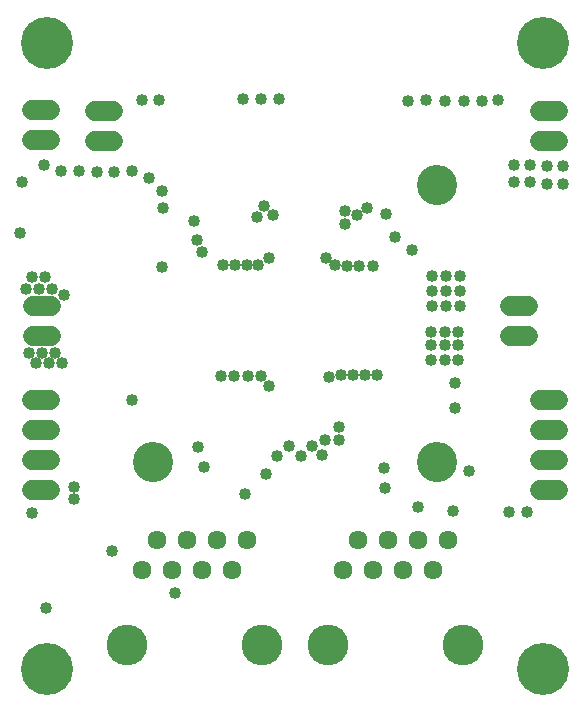
<source format=gbs>
G75*
%MOIN*%
%OFA0B0*%
%FSLAX25Y25*%
%IPPOS*%
%LPD*%
%AMOC8*
5,1,8,0,0,1.08239X$1,22.5*
%
%ADD10C,0.13398*%
%ADD11C,0.17335*%
%ADD12C,0.06737*%
%ADD13C,0.13595*%
%ADD14C,0.06343*%
%ADD15C,0.06800*%
%ADD16C,0.04000*%
D10*
X0052181Y0085646D03*
X0146669Y0085646D03*
X0146669Y0178165D03*
D11*
X0016748Y0016748D03*
X0182102Y0016748D03*
X0182102Y0225409D03*
X0016748Y0225409D03*
D12*
X0017591Y0202929D02*
X0011654Y0202929D01*
X0011654Y0192929D02*
X0017591Y0192929D01*
X0017906Y0137850D02*
X0011969Y0137850D01*
X0011969Y0127850D02*
X0017906Y0127850D01*
X0171102Y0127890D02*
X0177039Y0127890D01*
X0177039Y0137890D02*
X0171102Y0137890D01*
X0181102Y0192850D02*
X0187039Y0192850D01*
X0187039Y0202850D02*
X0181102Y0202850D01*
D13*
X0155409Y0024622D03*
X0110370Y0024622D03*
X0088520Y0024819D03*
X0043480Y0024819D03*
D14*
X0048480Y0049858D03*
X0058480Y0049819D03*
X0068480Y0049819D03*
X0078480Y0049819D03*
X0073480Y0059819D03*
X0063480Y0059819D03*
X0053480Y0059819D03*
X0083480Y0059819D03*
X0115370Y0049661D03*
X0125370Y0049622D03*
X0135370Y0049622D03*
X0145370Y0049622D03*
X0140370Y0059622D03*
X0130370Y0059622D03*
X0120370Y0059622D03*
X0150370Y0059622D03*
D15*
X0181071Y0076551D02*
X0187071Y0076551D01*
X0187071Y0086551D02*
X0181071Y0086551D01*
X0181071Y0096551D02*
X0187071Y0096551D01*
X0187071Y0106551D02*
X0181071Y0106551D01*
X0038646Y0192850D02*
X0032646Y0192850D01*
X0032646Y0202850D02*
X0038646Y0202850D01*
X0017780Y0106551D02*
X0011780Y0106551D01*
X0011780Y0096551D02*
X0017780Y0096551D01*
X0017780Y0086551D02*
X0011780Y0086551D01*
X0011780Y0076551D02*
X0017780Y0076551D01*
D16*
X0025803Y0077378D03*
X0025803Y0073441D03*
X0011630Y0068717D03*
X0016354Y0037220D03*
X0038402Y0056118D03*
X0059268Y0041945D03*
X0082890Y0075016D03*
X0089583Y0081709D03*
X0093520Y0087614D03*
X0097457Y0091157D03*
X0101394Y0087614D03*
X0104937Y0091157D03*
X0108480Y0088008D03*
X0109268Y0093126D03*
X0113992Y0093126D03*
X0113992Y0097457D03*
X0110843Y0113992D03*
X0114780Y0114780D03*
X0118717Y0114780D03*
X0122654Y0114780D03*
X0126591Y0114780D03*
X0144701Y0119898D03*
X0144701Y0124622D03*
X0144701Y0128953D03*
X0149425Y0128953D03*
X0153756Y0128953D03*
X0153756Y0124622D03*
X0149425Y0124622D03*
X0149425Y0119898D03*
X0153756Y0119898D03*
X0152575Y0112024D03*
X0152575Y0103756D03*
X0157299Y0082890D03*
X0152181Y0069504D03*
X0140370Y0070685D03*
X0129346Y0076984D03*
X0128953Y0083677D03*
X0090764Y0111236D03*
X0088008Y0114386D03*
X0083677Y0114386D03*
X0078953Y0114386D03*
X0074622Y0114386D03*
X0067142Y0090764D03*
X0069110Y0084071D03*
X0045094Y0106512D03*
X0021866Y0118717D03*
X0019504Y0122260D03*
X0017535Y0118717D03*
X0015173Y0122260D03*
X0013205Y0118717D03*
X0010843Y0122260D03*
X0022260Y0141551D03*
X0018323Y0143520D03*
X0015961Y0147457D03*
X0013992Y0143520D03*
X0011630Y0147457D03*
X0009661Y0143520D03*
X0007693Y0162024D03*
X0008480Y0178953D03*
X0015567Y0184858D03*
X0021472Y0182890D03*
X0027378Y0182890D03*
X0033283Y0182496D03*
X0039189Y0182496D03*
X0045094Y0182890D03*
X0050606Y0180528D03*
X0054937Y0176197D03*
X0055331Y0170291D03*
X0065567Y0165961D03*
X0066748Y0159661D03*
X0068323Y0155724D03*
X0075409Y0151394D03*
X0079346Y0151394D03*
X0083283Y0151394D03*
X0087220Y0151394D03*
X0090764Y0153756D03*
X0091945Y0167929D03*
X0089189Y0171079D03*
X0086827Y0167535D03*
X0109661Y0153756D03*
X0112811Y0151394D03*
X0116748Y0151000D03*
X0120685Y0151000D03*
X0125409Y0151000D03*
X0132890Y0160843D03*
X0138402Y0156512D03*
X0145094Y0147850D03*
X0149819Y0147850D03*
X0154543Y0147850D03*
X0154543Y0142732D03*
X0149819Y0142732D03*
X0149819Y0137614D03*
X0154543Y0137614D03*
X0145094Y0137614D03*
X0145094Y0142732D03*
X0129740Y0168323D03*
X0123441Y0170291D03*
X0119898Y0167929D03*
X0115961Y0169504D03*
X0115961Y0165173D03*
X0137220Y0206118D03*
X0143126Y0206512D03*
X0149425Y0206118D03*
X0155724Y0206118D03*
X0161630Y0206118D03*
X0167142Y0206512D03*
X0172260Y0184858D03*
X0172260Y0178953D03*
X0177772Y0178953D03*
X0177772Y0184858D03*
X0183283Y0184465D03*
X0188795Y0184465D03*
X0188795Y0178559D03*
X0183283Y0178559D03*
X0093913Y0206906D03*
X0088008Y0206906D03*
X0082102Y0206906D03*
X0054150Y0206512D03*
X0048244Y0206512D03*
X0054937Y0150606D03*
X0170685Y0069110D03*
X0176591Y0069110D03*
M02*

</source>
